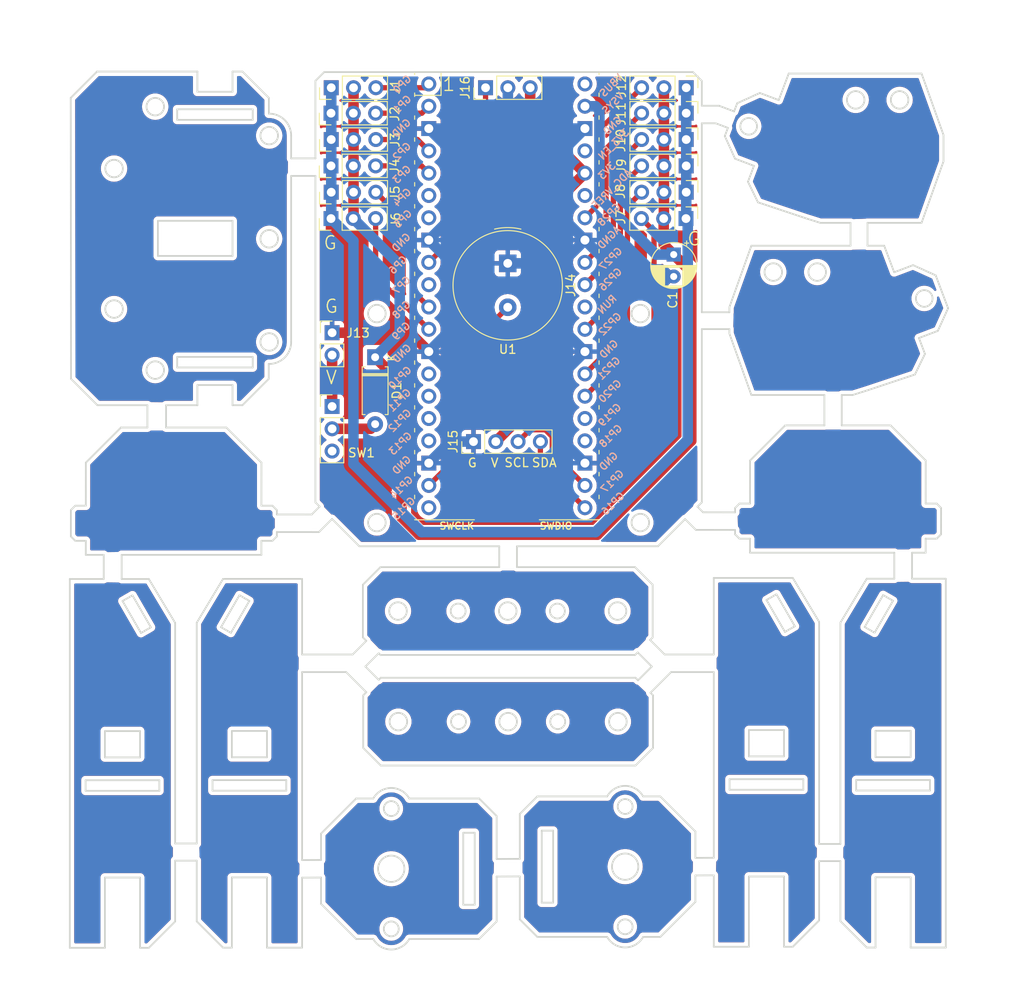
<source format=kicad_pcb>
(kicad_pcb (version 20211014) (generator pcbnew)
  (layers (0 "F.Cu" signal) (31 "B.Cu" signal) (34 "B.Paste" user) (35 "F.Paste" user) (36 "B.SilkS" user "B.Silkscreen") (37 "F.SilkS" user "F.Silkscreen") (38 "B.Mask" user) (39 "F.Mask" user) (44 "Edge.Cuts" user))
  (net 0 "")
  (net 1 "+BATT")
  (net 2 "Net-(D1-Pad2)")
  (net 3 "SV0")
  (net 4 "SV1")
  (net 5 "SV2")
  (net 6 "SV3")
  (net 7 "SV4")
  (net 8 "SV5")
  (net 9 "SV6")
  (net 10 "SV7")
  (net 11 "SV8")
  (net 12 "SV9")
  (net 13 "SV10")
  (net 14 "SV11")
  (net 15 "Net-(J13-Pad2)")
  (net 16 "+3.3V")
  (net 17 "SCL")
  (net 18 "SDA")
  (net 19 "RMT")
  (net 35 "Net-(J14-Pad2)")
  (net 36 "GNDPWR")
  (footprint "Connector_PinHeader_2.54mm:PinHeader_1x03_P2.54mm_Vertical" (layer "F.Cu") (at 122.9 52.4 90)
    (fp_text reference "J3")
    (fp_text value "Conn_01x03")
  )
  (footprint "Connector_PinHeader_2.54mm:PinHeader_1x04_P2.54mm_Vertical" (layer "F.Cu") (at 139.1 86.8 90)
    (fp_text reference "J15")
    (fp_text value "Conn_01x04")
  )
  (footprint "Connector_PinHeader_2.54mm:PinHeader_1x03_P2.54mm_Vertical" (layer "F.Cu") (at 163.325 46.5 -90)
    (fp_text reference "J12")
    (fp_text value "Conn_01x03")
  )
  (footprint "Connector_PinHeader_2.54mm:PinHeader_1x03_P2.54mm_Vertical" (layer "F.Cu") (at 123 82.8)
    (fp_text reference "SW1")
    (fp_text value "SW_SPDT")
  )
  (footprint "Connector_PinHeader_2.54mm:PinHeader_1x03_P2.54mm_Vertical" (layer "F.Cu") (at 122.875 61.4 90)
    (fp_text reference "J6")
    (fp_text value "Conn_01x03")
  )
  (footprint "Connector_PinHeader_2.54mm:PinHeader_1x03_P2.54mm_Vertical" (layer "F.Cu") (at 163.325 52.4 -90)
    (fp_text reference "J10")
    (fp_text value "Conn_01x03")
  )
  (footprint "Capacitor_THT:CP_Radial_D5.0mm_P2.50mm" (layer "F.Cu") (at 161.9 65.5 -90)
    (fp_text reference "C1")
    (fp_text value "C_Polarized")
  )
  (footprint "Connector_PinHeader_2.54mm:PinHeader_1x03_P2.54mm_Vertical" (layer "F.Cu") (at 163.3 61.4 -90)
    (fp_text reference "J7")
    (fp_text value "Conn_01x03")
  )
  (footprint "RPi_Pico:RPi_Pico_SMD_TH" (layer "F.Cu") (at 142.9 70.2)
    (fp_text reference "U1")
    (fp_text value "Pico")
  )
  (footprint "Connector_PinHeader_2.54mm:PinHeader_1x03_P2.54mm_Vertical" (layer "F.Cu") (at 140.475 46.5 90)
    (fp_text reference "J16")
    (fp_text value "Conn_01x03")
  )
  (footprint "Connector_PinHeader_2.54mm:PinHeader_1x02_P2.54mm_Vertical" (layer "F.Cu") (at 123 74.4)
    (fp_text reference "J13")
    (fp_text value "Conn_01x02")
  )
  (footprint "Connector_PinHeader_2.54mm:PinHeader_1x03_P2.54mm_Vertical" (layer "F.Cu") (at 122.9 46.5 90)
    (fp_text reference "J1")
    (fp_text value "Conn_01x03")
  )
  (footprint "Connector_PinHeader_2.54mm:PinHeader_1x03_P2.54mm_Vertical" (layer "F.Cu") (at 122.875 49.4 90)
    (fp_text reference "J2")
    (fp_text value "Conn_01x03")
  )
  (footprint "Connector_PinHeader_2.54mm:PinHeader_1x03_P2.54mm_Vertical" (layer "F.Cu") (at 163.325 55.4 -90)
    (fp_text reference "J9")
    (fp_text value "Conn_01x03")
  )
  (footprint "Diode_THT:D_A-405_P7.62mm_Horizontal" (layer "F.Cu") (at 127.9 77.19 -90)
    (fp_text reference "D1")
    (fp_text value "D_Schottky")
  )
  (footprint "Buzzer_Beeper:Buzzer_TDK_PS1240P02BT_D12.2mm_H6.5mm" (layer "F.Cu") (at 143 66.5 -90)
    (fp_text reference "J14")
    (fp_text value "Conn_01x02")
  )
  (footprint "Connector_PinHeader_2.54mm:PinHeader_1x03_P2.54mm_Vertical" (layer "F.Cu") (at 163.325 49.4 -90)
    (fp_text reference "J11")
    (fp_text value "Conn_01x03")
  )
  (footprint "Connector_PinHeader_2.54mm:PinHeader_1x03_P2.54mm_Vertical" (layer "F.Cu") (at 122.9 58.4 90)
    (fp_text reference "J5")
    (fp_text value "Conn_01x03")
  )
  (footprint "Connector_PinHeader_2.54mm:PinHeader_1x03_P2.54mm_Vertical" (layer "F.Cu") (at 122.875 55.4 90)
    (fp_text reference "J4")
    (fp_text value "Conn_01x03")
  )
  (footprint "Connector_PinHeader_2.54mm:PinHeader_1x03_P2.54mm_Vertical" (layer "F.Cu") (at 163.325 58.4 -90)
    (fp_text reference "J8")
    (fp_text value "Conn_01x03")
  )
  (gr_line (start 173.596216 104.187364) (end 175.696216 107.824671) (layer "Edge.Cuts") (width 0.2))
  (gr_line (start 127.687875 127.442162) (end 125.737265 127.442162) (layer "Edge.Cuts") (width 0.2))
  (gr_line (start 184.883124 119.733538) (end 188.883124 119.733538) (layer "Edge.Cuts") (width 0.2))
  (gr_line (start 189.041237 99.453189) (end 190.590108 99.453189) (layer "Edge.Cuts") (width 0.2))
  (gr_line (start 159.407762 112.41338) (end 157.838721 113.982421) (layer "Edge.Cuts") (width 0.2))
  (gr_line (start 93.750966 94.097324) (end 93.250673 94.597617) (layer "Edge.Cuts") (width 0.2))
  (gr_circle (center 128.1 72.22) (end 129.1 72.22) (layer "Edge.Cuts") (width 0.2) (fill none))
  (gr_line (start 93.248915 97.597619) (end 93.748622 98.097326) (layer "Edge.Cuts") (width 0.2))
  (gr_line (start 174.462076 119.645506) (end 174.462076 122.645506) (layer "Edge.Cuts") (width 0.2))
  (gr_line (start 189.370574 79.158273) (end 190.512381 76.813207) (layer "Edge.Cuts") (width 0.2))
  (gr_line (start 183.648984 107.912703) (end 185.748984 104.275396) (layer "Edge.Cuts") (width 0.2))
  (gr_line (start 192.625907 54.886906) (end 192.625907 51.886906) (layer "Edge.Cuts") (width 0.2))
  (gr_line (start 125.737265 143.442162) (end 127.687875 143.442162) (layer "Edge.Cuts") (width 0.2))
  (gr_line (start 111.660061 61.65705) (end 111.660061 65.65705) (layer "Edge.Cuts") (width 0.2))
  (gr_line (start 105.127727 132.56538) (end 105.127727 107.445199) (layer "Edge.Cuts") (width 0.2))
  (gr_line (start 126.892894 109.484297) (end 125.33336 111.043831) (layer "Edge.Cuts") (width 0.2))
  (gr_line (start 111.582705 119.75043) (end 115.582705 119.75043) (layer "Edge.Cuts") (width 0.2))
  (gr_line (start 175.462076 144.326091) (end 178.462076 141.326091) (layer "Edge.Cuts") (width 0.2))
  (gr_line (start 103.160061 61.65705) (end 111.660061 61.65705) (layer "Edge.Cuts") (width 0.2))
  (gr_line (start 146.872124 131.103938) (end 148.172124 131.103938) (layer "Edge.Cuts") (width 0.2))
  (gr_line (start 168.242085 72.070606) (end 165.1 72.070606) (layer "Edge.Cuts") (width 0.2))
  (gr_circle (center 129.737265 135.442162) (end 131.237265 135.442162) (layer "Edge.Cuts") (width 0.2) (fill none))
  (gr_line (start 170.462076 122.645506) (end 170.462076 119.645506) (layer "Edge.Cuts") (width 0.2))
  (gr_circle (center 178.242085 67.492023) (end 179.242085 67.492023) (layer "Edge.Cuts") (width 0.2) (fill none))
  (gr_line (start 191.737357 67.869771) (end 189.160573 66.703501) (layer "Edge.Cuts") (width 0.2))
  (gr_line (start 115.582705 122.75043) (end 111.582705 122.75043) (layer "Edge.Cuts") (width 0.2))
  (gr_line (start 170.596257 88.953188) (end 170.593385 93.853993) (layer "Edge.Cuts") (width 0.2))
  (gr_line (start 105.127727 141.445199) (end 105.127727 134.518461) (layer "Edge.Cuts") (width 0.2))
  (gr_line (start 125.33336 111.043831) (end 119.582705 111.043831) (layer "Edge.Cuts") (width 0.2))
  (gr_line (start 126.792238 112.41338) (end 128.307107 110.898511) (layer "Edge.Cuts") (width 0.2))
  (gr_line (start 126.545828 115.689528) (end 126.545828 121.689528) (layer "Edge.Cuts") (width 0.2))
  (gr_line (start 182.683124 126.533538) (end 182.683124 125.333538) (layer "Edge.Cuts") (width 0.2))
  (gr_line (start 128.504467 101.09587) (end 126.504467 103.09587) (layer "Edge.Cuts") (width 0.2))
  (gr_circle (center 158.1 72.22) (end 159.1 72.22) (layer "Edge.Cuts") (width 0.2) (fill none))
  (gr_line (start 173.859675 47.90943) (end 171.70742 47.098384) (layer "Edge.Cuts") (width 0.2))
  (gr_line (start 119.582705 102.431015) (end 110.582705 102.431015) (layer "Edge.Cuts") (width 0.2))
  (gr_line (start 118.336595 75.453664) (end 118.336595 56.544827) (layer "Edge.Cuts") (width 0.2))
  (gr_line (start 171.038646 55.395537) (end 170.355612 57.20809) (layer "Edge.Cuts") (width 0.2))
  (gr_circle (center 155.504467 106.09587) (end 156.504467 106.09587) (layer "Edge.Cuts") (width 0.2) (fill none))
  (gr_line (start 184.883124 122.733538) (end 184.883124 119.733538) (layer "Edge.Cuts") (width 0.2))
  (gr_line (start 111.660061 82.65705) (end 112.782475 82.65705) (layer "Edge.Cuts") (width 0.2))
  (gr_circle (center 115.836595 75.453664) (end 116.836595 75.453664) (layer "Edge.Cuts") (width 0.2) (fill none))
  (gr_line (start 112.448565 104.292289) (end 113.574398 104.942289) (layer "Edge.Cuts") (width 0.2))
  (gr_line (start 176.662076 126.445506) (end 168.262076 126.445506) (layer "Edge.Cuts") (width 0.2))
  (gr_line (start 164.1 44.72) (end 122.1 44.72) (layer "Edge.Cuts") (width 0.2))
  (gr_line (start 119.582705 134.454185) (end 119.582705 113.043831) (layer "Edge.Cuts") (width 0.2))
  (gr_line (start 110.582705 102.431015) (end 107.582705 107.431015) (layer "Edge.Cuts") (width 0.2))
  (gr_line (start 191.845728 97.855038) (end 192.346021 97.355331) (layer "Edge.Cuts") (width 0.2))
  (gr_line (start 160.866641 111.043831) (end 159.211573 109.388764) (layer "Edge.Cuts") (width 0.2))
  (gr_line (start 105.127727 134.518461) (end 107.582705 134.518461) (layer "Edge.Cuts") (width 0.2))
  (gr_line (start 122.990804 95.610804) (end 126.1 98.72) (layer "Edge.Cuts") (width 0.2))
  (gr_line (start 159.504467 103.09587) (end 157.504467 101.09587) (layer "Edge.Cuts") (width 0.2))
  (gr_circle (center 130.545828 118.689528) (end 131.545828 118.689528) (layer "Edge.Cuts") (width 0.2) (fill none))
  (gr_line (start 168.891334 97.354991) (end 169.391041 97.854698) (layer "Edge.Cuts") (width 0.2))
  (gr_line (start 190.125907 44.886906) (end 174.998669 44.886906) (layer "Edge.Cuts") (width 0.2))
  (gr_line (start 166.462076 113.043831) (end 166.462076 134.192244) (layer "Edge.Cuts") (width 0.2))
  (gr_line (start 105.360061 77.15705) (end 113.960061 77.15705) (layer "Edge.Cuts") (width 0.2))
  (gr_line (start 190.590108 99.453189) (end 190.591045 97.854303) (layer "Edge.Cuts") (width 0.2))
  (gr_line (start 168.891627 96.85499) (end 168.891334 97.354991) (layer "Edge.Cuts") (width 0.2))
  (gr_line (start 170.462076 144.326091) (end 170.462076 136.326091) (layer "Edge.Cuts") (width 0.2))
  (gr_line (start 188.883124 144.414122) (end 192.883124 144.414122) (layer "Edge.Cuts") (width 0.2))
  (gr_line (start 174.462076 122.645506) (end 170.462076 122.645506) (layer "Edge.Cuts") (width 0.2))
  (gr_line (start 93.268798 79.657051) (end 96.272064 82.65705) (layer "Edge.Cuts") (width 0.2))
  (gr_line (start 126.504467 103.09587) (end 126.504467 109.09587) (layer "Edge.Cuts") (width 0.2))
  (gr_line (start 120.672897 95.100284) (end 116.705067 95.097959) (layer "Edge.Cuts") (width 0.2))
  (gr_line (start 119.582705 113.043831) (end 124.594263 113.043831) (layer "Edge.Cuts") (width 0.2))
  (gr_line (start 128.307107 110.898511) (end 128.504467 111.09587) (layer "Edge.Cuts") (width 0.2))
  (gr_line (start 165.1 72.070606) (end 165.1 50.551102) (layer "Edge.Cuts") (width 0.2))
  (gr_line (start 187.008317 67.514547) (end 185.869323 64.492023) (layer "Edge.Cuts") (width 0.2))
  (gr_line (start 111.582705 136.431015) (end 115.582705 136.431015) (layer "Edge.Cuts") (width 0.2))
  (gr_line (start 160.1 98.72) (end 163.19592 95.624081) (layer "Edge.Cuts") (width 0.2))
  (gr_line (start 168.892799 94.85499) (end 165.253123 94.852857) (layer "Edge.Cuts") (width 0.2))
  (gr_line (start 165.1 48.551102) (end 165.1 45.72) (layer "Edge.Cuts") (width 0.2))
  (gr_line (start 178.462076 134.573566) (end 180.883124 134.573566) (layer "Edge.Cuts") (width 0.2))
  (gr_line (start 176.662076 125.245506) (end 176.662076 126.445506) (layer "Edge.Cuts") (width 0.2))
  (gr_line (start 192.347779 94.355331) (end 191.848072 93.855038) (layer "Edge.Cuts") (width 0.2))
  (gr_line (start 169.393384 93.854696) (end 168.893092 94.354989) (layer "Edge.Cuts") (width 0.2))
  (gr_line (start 186.598604 84.953189) (end 181.03597 84.953189) (layer "Edge.Cuts") (width 0.2))
  (gr_line (start 168.262076 126.445506) (end 168.262076 125.245506) (layer "Edge.Cuts") (width 0.2))
  (gr_line (start 93.23397 47.657048) (end 93.268798 79.657051) (layer "Edge.Cuts") (width 0.2))
  (gr_line (start 168.07275 51.071944) (end 167.720121 52.007707) (layer "Edge.Cuts") (width 0.2))
  (gr_line (start 193.147872 71.612824) (end 191.737357 67.869771) (layer "Edge.Cuts") (width 0.2))
  (gr_line (start 103.160061 65.65705) (end 103.160061 61.65705) (layer "Edge.Cuts") (width 0.2))
  (gr_line (start 192.883124 102.414122) (end 189.041237 102.414122) (layer "Edge.Cuts") (width 0.2))
  (gr_circle (center 156.372124 128.353938) (end 157.222124 128.353938) (layer "Edge.Cuts") (width 0.2) (fill none))
  (gr_line (start 116.705067 95.097959) (end 116.70536 94.597959) (layer "Edge.Cuts") (width 0.2))
  (gr_line (start 111.660061 80.35705) (end 111.660061 82.65705) (layer "Edge.Cuts") (width 0.2))
  (gr_line (start 158.421514 143.203938) (end 160.372124 143.203938) (layer "Edge.Cuts") (width 0.2))
  (gr_circle (center 187.625907 47.886906) (end 188.625907 47.886906) (layer "Edge.Cuts") (width 0.2) (fill none))
  (gr_line (start 146.372124 127.203938) (end 144.372124 129.203938) (layer "Edge.Cuts") (width 0.2))
  (gr_line (start 167.054934 48.551102) (end 165.1 48.551102) (layer "Edge.Cuts") (width 0.2))
  (gr_line (start 107.582705 132.56538) (end 105.127727 132.56538) (layer "Edge.Cuts") (width 0.2))
  (gr_line (start 128.545828 113.689528) (end 128.307107 113.928249) (layer "Edge.Cuts") (width 0.2))
  (gr_line (start 105.360061 78.35705) (end 105.360061 77.15705) (layer "Edge.Cuts") (width 0.2))
  (gr_line (start 183.887776 80.985872) (end 189.370574 79.158273) (layer "Edge.Cuts") (width 0.2))
  (gr_line (start 115.795609 47.657044) (end 112.790014 44.65705) (layer "Edge.Cuts") (width 0.2))
  (gr_line (start 96.992305 102.445199) (end 93.127727 102.445199) (layer "Edge.Cuts") (width 0.2))
  (gr_line (start 94.950967 94.096621) (end 93.750966 94.097324) (layer "Edge.Cuts") (width 0.2))
  (gr_circle (center 143.004467 106.09587) (end 144.004467 106.09587) (layer "Edge.Cuts") (width 0.2) (fill none))
  (gr_line (start 168.778007 49.200417) (end 167.054934 48.551102) (layer "Edge.Cuts") (width 0.2))
  (gr_circle (center 115.836595 63.703664) (end 116.836595 63.703664) (layer "Edge.Cuts") (width 0.2) (fill none))
  (gr_line (start 170.462076 136.326091) (end 174.462076 136.326091) (layer "Edge.Cuts") (width 0.2))
  (gr_line (start 189.160573 66.703501) (end 187.008317 67.514547) (layer "Edge.Cuts") (width 0.2))
  (gr_line (start 178.592468 61.886906) (end 182.035379 61.886906) (layer "Edge.Cuts") (width 0.2))
  (gr_line (start 114.953842 89.195816) (end 110.956186 85.195817) (layer "Edge.Cuts") (width 0.2))
  (gr_line (start 139.237265 139.542162) (end 137.937265 139.542162) (layer "Edge.Cuts") (width 0.2))
  (gr_line (start 102.127727 102.445199) (end 99.034251 102.445199) (layer "Edge.Cuts") (width 0.2))
  (gr_circle (center 182.625907 47.886906) (end 183.625907 47.886906) (layer "Edge.Cuts") (width 0.2) (fill none))
  (gr_line (start 116.205653 94.097666) (end 114.95097 94.096931) (layer "Edge.Cuts") (width 0.2))
  (gr_line (start 115.582705 136.431015) (end 115.582705 144.431015) (layer "Edge.Cuts") (width 0.2))
  (gr_line (start 103.327727 126.564614) (end 94.927727 126.564614) (layer "Edge.Cuts") (width 0.2))
  (gr_line (start 157.545828 123.689528) (end 159.545828 121.689528) (layer "Edge.Cuts") (width 0.2))
  (gr_line (start 178.462076 132.619251) (end 178.462076 107.326091) (layer "Edge.Cuts") (width 0.2))
  (gr_line (start 97.127727 119.764614) (end 101.127727 119.764614) (layer "Edge.Cuts") (width 0.2))
  (gr_circle (center 190.430723 70.499449) (end 191.380723 70.499449) (layer "Edge.Cuts") (width 0.2) (fill none))
  (gr_line (start 117.782705 125.35043) (end 117.782705 126.55043) (layer "Edge.Cuts") (width 0.2))
  (gr_line (start 157.504467 101.09587) (end 144.049458 101.09587) (layer "Edge.Cuts") (width 0.2))
  (gr_line (start 182.035379 64.492023) (end 170.742085 64.492023) (layer "Edge.Cuts") (width 0.2))
  (gr_line (start 144.049458 101.09587) (end 144.049458 98.72) (layer "Edge.Cuts") (width 0.2))
  (gr_line (start 169.130636 48.264654) (end 168.778007 49.200417) (layer "Edge.Cuts") (width 0.2))
  (gr_line (start 110.348565 107.929595) (end 112.448565 104.292289) (layer "Edge.Cuts") (width 0.2))
  (gr_line (start 174.998669 44.886906) (end 173.859675 47.90943) (layer "Edge.Cuts") (width 0.2))
  (gr_line (start 118.336595 56.544827) (end 121.1 56.544827) (layer "Edge.Cuts") (width 0.2))
  (gr_line (start 104.090389 85.195817) (end 104.090389 82.65705) (layer "Edge.Cuts") (width 0.2))
  (gr_line (start 114.94769 99.695817) (end 114.948626 98.096931) (layer "Edge.Cuts") (width 0.2))
  (gr_line (start 105.127727 107.445199) (end 102.127727 102.445199) (layer "Edge.Cuts") (width 0.2))
  (gr_line (start 192.346021 97.355331) (end 192.347779 94.355331) (layer "Edge.Cuts") (width 0.2))
  (gr_line (start 105.360061 50.15705) (end 105.360061 48.95705) (layer "Edge.Cuts") (width 0.2))
  (gr_line (start 102.127727 144.445199) (end 105.127727 141.445199) (layer "Edge.Cuts") (width 0.2))
  (gr_line (start 113.960061 77.15705) (end 113.960061 78.35705) (layer "Edge.Cuts") (width 0.2))
  (gr_line (start 160.372124 143.203938) (end 164.372124 139.203938) (layer "Edge.Cuts") (width 0.2))
  (gr_line (start 159.211573 109.388764) (end 159.504467 109.09587) (layer "Edge.Cuts") (width 0.2))
  (gr_line (start 183.971435 64.492023) (end 183.971435 61.886906) (layer "Edge.Cuts") (width 0.2))
  (gr_line (start 101.127727 136.445199) (end 101.127727 144.445199) (layer "Edge.Cuts") (width 0.2))
  (gr_line (start 164.610133 94.209868) (end 165.1 93.72) (layer "Edge.Cuts") (width 0.2))
  (gr_line (start 93.127727 144.445199) (end 97.127727 144.445199) (layer "Edge.Cuts") (width 0.2))
  (gr_line (start 126.1 98.72) (end 142.033564 98.72) (layer "Edge.Cuts") (width 0.2))
  (gr_line (start 93.748622 98.097326) (end 94.948623 98.096623) (layer "Edge.Cuts") (width 0.2))
  (gr_circle (center 156.372124 142.053938) (end 157.222124 142.053938) (layer "Edge.Cuts") (width 0.2) (fill none))
  (gr_line (start 121.1 56.544827) (end 121.1 93.72) (layer "Edge.Cuts") (width 0.2))
  (gr_line (start 96.272064 82.65705) (end 101.966062 82.65705) (layer "Edge.Cuts") (width 0.2))
  (gr_line (start 111.660061 46.95705) (end 107.660061 46.95705) (layer "Edge.Cuts") (width 0.2))
  (gr_circle (center 148.695828 118.689528) (end 149.545828 118.689528) (layer "Edge.Cuts") (width 0.2) (fill none))
  (gr_circle (center 148.654467 106.09587) (end 149.504467 106.09587) (layer "Edge.Cuts") (width 0.2) (fill none))
  (gr_line (start 101.127727 119.764614) (end 101.127727 122.764614) (layer "Edge.Cuts") (width 0.2))
  (gr_line (start 141.737265 134.330396) (end 141.737265 129.442162) (layer "Edge.Cuts") (width 0.2))
  (gr_line (start 113.960061 48.95705) (end 113.960061 50.15705) (layer "Edge.Cuts") (width 0.2))
  (gr_line (start 159.545828 115.689528) (end 159.252934 115.396635) (layer "Edge.Cuts") (width 0.2))
  (gr_line (start 168.242085 74.492023) (end 170.742085 81.492023) (layer "Edge.Cuts") (width 0.2))
  (gr_line (start 191.848072 93.855038) (end 190.593389 93.854303) (layer "Edge.Cuts") (width 0.2))
  (gr_line (start 170.742085 81.492023) (end 179.059069 81.492023) (layer "Edge.Cuts") (width 0.2))
  (gr_line (start 171.70742 47.098384) (end 169.130636 48.264654) (layer "Edge.Cuts") (width 0.2))
  (gr_line (start 94.947686 99.695817) (end 96.992305 99.695817) (layer "Edge.Cuts") (width 0.2))
  (gr_line (start 159.504467 109.09587) (end 159.504467 103.09587) (layer "Edge.Cuts") (width 0.2))
  (gr_line (start 182.035379 61.886906) (end 182.035379 64.492023) (layer "Edge.Cuts") (width 0.2))
  (gr_line (start 190.512381 76.813207) (end 189.829347 75.000654) (layer "Edge.Cuts") (width 0.2))
  (gr_line (start 168.242085 71.492023) (end 168.242085 72.070606) (layer "Edge.Cuts") (width 0.2))
  (gr_line (start 128.545828 123.689528) (end 157.545828 123.689528) (layer "Edge.Cuts") (width 0.2))
  (gr_circle (center 102.860061 48.65705) (end 103.860061 48.65705) (layer "Edge.Cuts") (width 0.2) (fill none))
  (gr_line (start 183.883124 144.414122) (end 184.883124 144.414122) (layer "Edge.Cuts") (width 0.2))
  (gr_line (start 126.504467 109.09587) (end 126.892894 109.484297) (layer "Edge.Cuts") (width 0.2))
  (gr_arc (start 127.687875 127.442162) (mid 129.737265 126.242162) (end 131.786655 127.442162) (layer "Edge.Cuts") (width 0.2))
  (gr_line (start 144.372124 134.315673) (end 141.737265 134.330396) (layer "Edge.Cuts") (width 0.2))
  (gr_line (start 164.424211 96.852372) (end 168.891627 96.85499) (layer "Edge.Cuts") (width 0.2))
  (gr_line (start 165.1 45.72) (end 164.1 44.72) (layer "Edge.Cuts") (width 0.2))
  (gr_line (start 121.576591 94.196591) (end 120.672897 95.100284) (layer "Edge.Cuts") (width 0.2))
  (gr_line (start 174.462076 144.326091) (end 175.462076 144.326091) (layer "Edge.Cuts") (width 0.2))
  (gr_circle (center 156.372124 135.203938) (end 157.872124 135.203938) (layer "Edge.Cuts") (width 0.2) (fill none))
  (gr_line (start 171.497418 59.553156) (end 176.980216 61.380755) (layer "Edge.Cuts") (width 0.2))
  (gr_line (start 168.242085 73.987694) (end 168.242085 74.492023) (layer "Edge.Cuts") (width 0.2))
  (gr_line (start 126.545828 121.689528) (end 128.545828 123.689528) (layer "Edge.Cuts") (width 0.2))
  (gr_line (start 111.660061 44.65705) (end 111.660061 46.95705) (layer "Edge.Cuts") (width 0.2))
  (gr_line (start 128.504467 111.09587) (end 157.504467 111.09587) (layer "Edge.Cuts") (width 0.2))
  (gr_line (start 179.059069 81.492023) (end 179.059069 84.953189) (layer "Edge.Cuts") (width 0.2))
  (gr_line (start 115.582705 144.431015) (end 119.582705 144.431015) (layer "Edge.Cuts") (width 0.2))
  (gr_line (start 165.1 73.987694) (end 168.242085 73.987694) (layer "Edge.Cuts") (width 0.2))
  (gr_circle (center 137.395828 118.689528) (end 138.245828 118.689528) (layer "Edge.Cuts") (width 0.2) (fill none))
  (gr_line (start 94.953838 89.195816) (end 94.950967 94.096621) (layer "Edge.Cuts") (width 0.2))
  (gr_line (start 97.127727 144.445199) (end 97.127727 136.445199) (layer "Edge.Cuts") (width 0.2))
  (gr_line (start 180.883124 134.573566) (end 180.883124 141.414122) (layer "Edge.Cuts") (width 0.2))
  (gr_line (start 144.372124 141.203938) (end 146.372124 143.203938) (layer "Edge.Cuts") (width 0.2))
  (gr_line (start 190.591045 97.854303) (end 191.845728 97.855038) (layer "Edge.Cuts") (width 0.2))
  (gr_line (start 121.500839 97.100769) (end 122.990804 95.610804) (layer "Edge.Cuts") (width 0.2))
  (gr_line (start 175.696216 107.824671) (end 174.570383 108.474671) (layer "Edge.Cuts") (width 0.2))
  (gr_circle (center 129.737265 128.592162) (end 130.587265 128.592162) (layer "Edge.Cuts") (width 0.2) (fill none))
  (gr_circle (center 98.16933 55.703664) (end 99.16933 55.703664) (layer "Edge.Cuts") (width 0.2) (fill none))
  (gr_line (start 146.872124 139.303938) (end 146.872124 131.103938) (layer "Edge.Cuts") (width 0.2))
  (gr_line (start 190.593389 93.854303) (end 190.59626 88.953188) (layer "Edge.Cuts") (width 0.2))
  (gr_circle (center 158.1 96.02) (end 159.1 96.02) (layer "Edge.Cuts") (width 0.2) (fill none))
  (gr_line (start 107.660061 44.65705) (end 96.230705 44.65705) (layer "Edge.Cuts") (width 0.2))
  (gr_line (start 113.960061 78.35705) (end 105.360061 78.35705) (layer "Edge.Cuts") (width 0.2))
  (gr_line (start 109.382705 125.35043) (end 117.782705 125.35043) (layer "Edge.Cuts") (width 0.2))
  (gr_line (start 144.372124 129.203938) (end 144.372124 134.315673) (layer "Edge.Cuts") (width 0.2))
  (gr_line (start 157.504467 111.09587) (end 157.79736 110.802977) (layer "Edge.Cuts") (width 0.2))
  (gr_line (start 182.275524 81.492023) (end 183.887776 80.985872) (layer "Edge.Cuts") (width 0.2))
  (gr_line (start 154.322734 127.203938) (end 146.372124 127.203938) (layer "Edge.Cuts") (width 0.2))
  (gr_line (start 107.582705 141.431015) (end 110.582705 144.431015) (layer "Edge.Cuts") (width 0.2))
  (gr_arc (start 118.336595 75.453664) (mid 117.584848 77.240777) (end 115.781663 77.95306) (layer "Edge.Cuts") (width 0.2))
  (gr_arc (start 131.786655 143.442162) (mid 129.737265 144.642162) (end 127.687875 143.442162) (layer "Edge.Cuts") (width 0.2))
  (gr_line (start 128.307107 113.928249) (end 126.792238 112.41338) (layer "Edge.Cuts") (width 0.2))
  (gr_line (start 115.582705 119.75043) (end 115.582705 122.75043) (layer "Edge.Cuts") (width 0.2))
  (gr_line (start 144.372124 136.315704) (end 144.372124 141.203938) (layer "Edge.Cuts") (width 0.2))
  (gr_line (start 184.883124 144.414122) (end 184.883124 136.414122) (layer "Edge.Cuts") (width 0.2))
  (gr_line (start 178.462076 141.326091) (end 178.462076 134.573566) (layer "Edge.Cuts") (width 0.2))
  (gr_line (start 142.033564 98.72) (end 142.033564 101.09587) (layer "Edge.Cuts") (width 0.2))
  (gr_line (start 188.883124 122.733538) (end 184.883124 122.733538) (layer "Edge.Cuts") (width 0.2))
  (gr_line (start 157.79736 110.802977) (end 159.407762 112.41338) (layer "Edge.Cuts") (width 0.2))
  (gr_line (start 187.022453 99.453189) (end 187.022453 102.414122) (layer "Edge.Cuts") (width 0.2))
  (gr_line (start 175.462076 102.326091) (end 166.462076 102.326091) (layer "Edge.Cuts") (width 0.2))
  (gr_line (start 190.125907 61.886906) (end 192.625907 54.886906) (layer "Edge.Cuts") (width 0.2))
  (gr_line (start 110.956186 85.195817) (end 104.090389 85.195817) (layer "Edge.Cuts") (width 0.2))
  (gr_line (start 188.883124 136.414122) (end 188.883124 144.414122) (layer "Edge.Cuts") (width 0.2))
  (gr_line (start 117.782705 126.55043) (end 109.382705 126.55043) (layer "Edge.Cuts") (width 0.2))
  (gr_line (start 112.782475 82.65705) (end 115.781957 79.65705) (layer "Edge.Cuts") (width 0.2))
  (gr_line (start 115.798959 49.453947) (end 115.795609 47.657044) (layer "Edge.Cuts") (width 0.2))
  (gr_line (start 111.660061 65.65705) (end 103.160061 65.65705) (layer "Edge.Cuts") (width 0.2))
  (gr_line (start 146.372124 143.203938) (end 154.322734 143.203938) (layer "Edge.Cuts") (width 0.2))
  (gr_line (start 191.083124 126.533538) (end 182.683124 126.533538) (layer "Edge.Cuts") (width 0.2))
  (gr_line (start 119.582705 144.431015) (end 119.582705 136.454217) (layer "Edge.Cuts") (width 0.2))
  (gr_line (start 180.883124 107.414122) (end 180.883124 132.619251) (layer "Edge.Cuts") (width 0.2))
  (gr_line (start 185.869323 64.492023) (end 183.971435 64.492023) (layer "Edge.Cuts") (width 0.2))
  (gr_line (start 174.570383 108.474671) (end 172.470383 104.837364) (layer "Edge.Cuts") (width 0.2))
  (gr_line (start 109.382705 126.55043) (end 109.382705 125.35043) (layer "Edge.Cuts") (width 0.2))
  (gr_line (start 115.781957 79.65705) (end 115.781663 77.95306) (layer "Edge.Cuts") (width 0.2))
  (gr_line (start 168.893092 94.354989) (end 168.892799 94.85499) (layer "Edge.Cuts") (width 0.2))
  (gr_line (start 111.582705 144.431015) (end 111.582705 136.431015) (layer "Edge.Cuts") (width 0.2))
  (gr_line (start 179.059069 84.953189) (end 174.598601 84.953189) (layer "Edge.Cuts") (width 0.2))
  (gr_arc (start 154.322734 127.203938) (mid 156.372124 126.003938) (end 158.421514 127.203938) (layer "Edge.Cuts") (width 0.2))
  (gr_line (start 187.022453 102.414122) (end 183.883124 102.414122) (layer "Edge.Cuts") (width 0.2))
  (gr_circle (center 155.545828 118.689528) (end 156.545828 118.689528) (layer "Edge.Cuts") (width 0.2) (fill none))
  (gr_line (start 168.88639 54.584491) (end 171.038646 55.395537) (layer "Edge.Cuts") (width 0.2))
  (gr_line (start 185.748984 104.275396) (end 186.874817 104.925396) (layer "Edge.Cuts") (width 0.2))
  (gr_circle (center 98.16933 71.703664) (end 99.16933 71.703664) (layer "Edge.Cuts") (width 0.2) (fill none))
  (gr_line (start 96.230705 44.65705) (end 93.23397 47.657048) (layer "Edge.Cuts") (width 0.2))
  (gr_line (start 107.660061 46.95705) (end 107.660061 44.65705) (layer "Edge.Cuts") (width 0.2))
  (gr_line (start 176.980216 61.380755) (end 178.592468 61.886906) (layer "Edge.Cuts") (width 0.2))
  (gr_line (start 119.582705 111.043831) (end 119.582705 102.431015) (layer "Edge.Cuts") (width 0.2))
  (gr_line (start 169.391041 97.854698) (end 170.591042 97.853995) (layer "Edge.Cuts") (width 0.2))
  (gr_line (start 161.605738 113.043831) (end 166.462076 113.043831) (layer "Edge.Cuts") (width 0.2))
  (gr_line (start 121.1 54.547574) (end 118.336595 54.547574) (layer "Edge.Cuts") (width 0.2))
  (gr_line (start 170.591042 97.853995) (end 170.590105 99.453189) (layer "Edge.Cuts") (width 0.2))
  (gr_line (start 141.737265 136.330427) (end 144.372124 136.315704) (layer "Edge.Cuts") (width 0.2))
  (gr_circle (center 129.737265 142.292162) (end 130.587265 142.292162) (layer "Edge.Cuts") (width 0.2) (fill none))
  (gr_line (start 166.462076 134.192244) (end 164.372124 134.203922) (layer "Edge.Cuts") (width 0.2))
  (gr_line (start 116.20331 98.097666) (end 116.703602 97.597959) (layer "Edge.Cuts") (width 0.2))
  (gr_line (start 182.683124 125.333538) (end 191.083124 125.333538) (layer "Edge.Cuts") (width 0.2))
  (gr_line (start 191.981602 74.189608) (end 193.147872 71.612824) (layer "Edge.Cuts") (width 0.2))
  (gr_arc (start 158.421514 143.203938) (mid 156.372124 144.403938) (end 154.322734 143.203938) (layer "Edge.Cuts") (width 0.2))
  (gr_line (start 164.372124 139.203938) (end 164.372124 136.203953) (layer "Edge.Cuts") (width 0.2))
  (gr_line (start 93.127727 102.445199) (end 93.127727 144.445199) (layer "Edge.Cuts") (width 0.2))
  (gr_line (start 114.95097 94.096931) (end 114.953842 89.195816) (layer "Edge.Cuts") (width 0.2))
  (gr_line (start 159.545828 121.689528) (end 159.545828 115.689528) (layer "Edge.Cuts") (width 0.2))
  (gr_line (start 141.737265 129.442162) (end 139.737265 127.442162) (layer "Edge.Cuts") (width 0.2))
  (gr_line (start 142.033564 101.09587) (end 128.504467 101.09587) (layer "Edge.Cuts") (width 0.2))
  (gr_line (start 144.049458 98.72) (end 160.1 98.72) (layer "Edge.Cuts") (width 0.2))
  (gr_line (start 139.737265 127.442162) (end 131.786655 127.442162) (layer "Edge.Cuts") (width 0.2))
  (gr_line (start 157.838721 113.982421) (end 157.545828 113.689528) (layer "Edge.Cuts") (width 0.2))
  (gr_line (start 97.127727 122.764614) (end 97.127727 119.764614) (layer "Edge.Cuts") (width 0.2))
  (gr_line (start 183.883124 102.414122) (end 180.883124 107.414122) (layer "Edge.Cuts") (width 0.2))
  (gr_line (start 166.690604 50.551102) (end 168.07275 51.071944) (layer "Edge.Cuts") (width 0.2))
  (gr_line (start 121.737265 134.442147) (end 119.582705 134.454185) (layer "Edge.Cuts") (width 0.2))
  (gr_line (start 99.034251 102.445199) (end 99.034251 99.695817) (layer "Edge.Cuts") (width 0.2))
  (gr_line (start 121.737265 131.442162) (end 121.737265 134.442147) (layer "Edge.Cuts") (width 0.2))
  (gr_line (start 126.892894 115.342462) (end 126.545828 115.689528) (layer "Edge.Cuts") (width 0.2))
  (gr_line (start 170.590105 99.453189) (end 187.022453 99.453189) (layer "Edge.Cuts") (width 0.2))
  (gr_line (start 181.03597 81.492023) (end 182.275524 81.492023) (layer "Edge.Cuts") (width 0.2))
  (gr_line (start 121.1 45.72) (end 121.1 54.547574) (layer "Edge.Cuts") (width 0.2))
  (gr_line (start 101.127727 122.764614) (end 97.127727 122.764614) (layer "Edge.Cuts") (width 0.2))
  (gr_line (start 118.336595 54.547574) (end 118.336595 51.953664) (layer "Edge.Cuts") (width 0.2))
  (gr_line (start 166.462076 136.192276) (end 166.462076 144.326091) (layer "Edge.Cuts") (width 0.2))
  (gr_line (start 191.083124 125.333538) (end 191.083124 126.533538) (layer "Edge.Cuts") (width 0.2))
  (gr_line (start 165.1 93.72) (end 165.1 73.987694) (layer "Edge.Cuts") (width 0.2))
  (gr_line (start 178.462076 107.326091) (end 175.462076 102.326091) (layer "Edge.Cuts") (width 0.2))
  (gr_circle (center 137.354467 106.09587) (end 138.204467 106.09587) (layer "Edge.Cuts") (width 0.2) (fill none))
  (gr_line (start 189.041237 102.414122) (end 189.041237 99.453189) (layer "Edge.Cuts") (width 0.2))
  (gr_line (start 166.462076 111.043831) (end 160.866641 111.043831) (layer "Edge.Cuts") (width 0.2))
  (gr_line (start 188.883124 119.733538) (end 188.883124 122.733538) (layer "Edge.Cuts") (width 0.2))
  (gr_line (start 141.737265 141.442162) (end 141.737265 136.330427) (layer "Edge.Cuts") (width 0.2))
  (gr_line (start 119.582705 136.454217) (end 121.737265 136.442178) (layer "Edge.Cuts") (width 0.2))
  (gr_line (start 100.261867 104.306473) (end 102.361867 107.943779) (layer "Edge.Cuts") (width 0.2))
  (gr_line (start 94.948623 98.096623) (end 94.947686 99.695817) (layer "Edge.Cuts") (width 0.2))
  (gr_line (start 116.703602 97.597959) (end 116.703895 97.097959) (layer "Edge.Cuts") (width 0.2))
  (gr_arc (start 115.798959 49.453947) (mid 117.591018 50.172639) (end 118.336595 51.953664) (layer "Edge.Cuts") (width 0.2))
  (gr_line (start 180.883124 132.619251) (end 178.462076 132.619251) (layer "Edge.Cuts") (width 0.2))
  (gr_line (start 160.372124 127.203938) (end 158.421514 127.203938) (layer "Edge.Cuts") (width 0.2))
  (gr_line (start 112.790014 44.65705) (end 111.660061 44.65705) (layer "Edge.Cuts") (width 0.2))
  (gr_line (start 125.737265 127.442162) (end 121.737265 131.442162) (layer "Edge.Cuts") (width 0.2))
  (gr_circle (center 170.43727 50.894332) (end 171.38727 50.894332) (layer "Edge.Cuts") (width 0.2) (fill none))
  (gr_line (start 96.992305 99.695817) (end 96.992305 102.445199) (layer "Edge.Cuts") (width 0.2))
  (gr_line (start 101.236034 108.593779) (end 99.136034 104.956473) (layer "Edge.Cuts") (width 0.2))
  (gr_line (start 165.253123 94.852857) (end 164.610133 94.209868) (layer "Edge.Cuts") (width 0.2))
  (gr_line (start 99.034251 99.695817) (end 114.94769 99.695817) (layer "Edge.Cuts") (width 0.2))
  (gr_line (start 105.360061 48.95705) (end 113.960061 48.95705) (layer "Edge.Cuts") (width 0.2))
  (gr_line (start 184.774817 108.562703) (end 183.648984 107.912703) (layer "Edge.Cuts") (width 0.2))
  (gr_line (start 110.582705 144.431015) (end 111.582705 144.431015) (layer "Edge.Cuts") (width 0.2))
  (gr_line (start 114.948626 98.096931) (end 116.20331 98.097666) (layer "Edge.Cuts") (width 0.2))
  (gr_line (start 168.262076 125.245506) (end 176.662076 125.245506) (layer "Edge.Cuts") (width 0.2))
  (gr_line (start 183.971435 61.886906) (end 190.125907 61.886906) (layer "Edge.Cuts") (width 0.2))
  (gr_line (start 139.737265 143.442162) (end 141.737265 141.442162) (layer "Edge.Cuts") (width 0.2))
  (gr_line (start 184.883124 136.414122) (end 188.883124 136.414122) (layer "Edge.Cuts") (width 0.2))
  (gr_line (start 121.737265 139.442162) (end 125.737265 143.442162) (layer "Edge.Cuts") (width 0.2))
  (gr_line (start 164.372124 131.203938) (end 160.372124 127.203938) (layer "Edge.Cuts") (width 0.2))
  (gr_circle (center 102.860061 78.65705) (end 103.860061 78.65705) (layer "Edge.Cuts") (width 0.2) (fill none))
  (gr_line (start 148.172124 131.103938) (end 148.172124 139.303938) (layer "Edge.Cuts") (width 0.2))
  (gr_line (start 111.582705 122.75043) (end 111.582705 119.75043) (layer "Edge.Cuts") (width 0.2))
  (gr_line (start 103.327727 125.364614) (end 103.327727 126.564614) (layer "Edge.Cuts") (width 0.2))
  (gr_line (start 122.1 44.72) (end 121.1 45.72) (layer "Edge.Cuts") (width 0.2))
  (gr_line (start 164.372124 134.203922) (end 164.372124 131.203938) (layer "Edge.Cuts") (width 0.2))
  (gr_line (start 101.966062 85.195817) (end 98.956182 85.195817) (layer "Edge.Cuts") (width 0.2))
  (gr_line (start 189.829347 75.000654) (end 191.981602 74.189608) (layer "Edge.Cuts") (width 0.2))
  (gr_line (start 121.737265 136.442178) (end 121.737265 139.442162) (layer "Edge.Cuts") (width 0.2))
  (gr_line (start 99.136034 104.956473) (end 100.261867 104.306473) (layer "Edge.Cuts") (width 0.2))
  (gr_circle (center 130.504467 106.09587) (end 131.504467 106.09587) (layer "Edge.Cuts") (width 0.2) (fill none))
  (gr_line (start 192.625907 51.886906) (end 190.125907 44.886906) (layer "Edge.Cuts") (width 0.2))
  (gr_line (start 121.1 93.72) (end 121.576591 94.196591) (layer "Edge.Cuts") (width 0.2))
  (gr_line (start 131.786655 143.442162) (end 139.737265 143.442162) (layer "Edge.Cuts") (width 0.2))
  (gr_circle (center 173.242085 67.492023) (end 174.242085 67.492023) (layer "Edge.Cuts") (width 0.2) (fill none))
  (gr_line (start 166.462076 144.326091) (end 170.462076 144.326091) (layer "Edge.Cuts") (width 0.2))
  (gr_line (start 164.372124 136.203953) (end 166.462076 136.192276) (layer "Edge.Cuts") (width 0.2))
  (gr_line (start 94.927727 125.364614) (end 103.327727 125.364614) (layer "Edge.Cuts") (width 0.2))
  (gr_line (start 167.720121 52.007707) (end 168.88639 54.584491) (layer "Edge.Cuts") (width 0.2))
  (gr_line (start 113.960061 50.15705) (end 105.360061 50.15705) (layer "Edge.Cuts") (width 0.2))
  (gr_line (start 170.742085 64.492023) (end 168.242085 71.492023) (layer "Edge.Cuts") (width 0.2))
  (gr_line (start 104.090389 82.65705) (end 107.660061 82.65705) (layer "Edge.Cuts") (width 0.2))
  (gr_line (start 101.127727 144.445199) (end 102.127727 144.445199) (layer "Edge.Cuts") (width 0.2))
  (gr_circle (center 115.836595 51.953664) (end 116.836595 51.953664) (layer "Edge.Cuts") (width 0.2) (fill none))
  (gr_line (start 181.03597 84.953189) (end 181.03597 81.492023) (layer "Edge.Cuts") (width 0.2))
  (gr_line (start 97.127727 136.445199) (end 101.127727 136.445199) (layer "Edge.Cuts") (width 0.2))
  (gr_line (start 94.927727 126.564614) (end 94.927727 125.364614) (layer "Edge.Cuts") (width 0.2))
  (gr_line (start 180.883124 141.414122) (end 183.883124 144.414122) (layer "Edge.Cuts") (width 0.2))
  (gr_line (start 170.593385 93.853993) (end 169.393384 93.854696) (layer "Edge.Cuts") (width 0.2))
  (gr_line (start 174.462076 136.326091) (end 174.462076 144.326091) (layer "Edge.Cuts") (width 0.2))
  (gr_line (start 148.172124 139.303938) (end 146.872124 139.303938) (layer "Edge.Cuts") (width 0.2))
  (gr_line (start 174.598601 84.953189) (end 170.596257 88.953188) (layer "Edge.Cuts") (width 0.2))
  (gr_line (start 111.474398 108.579595) (end 110.348565 107.929595) (layer "Edge.Cuts") (width 0.2))
  (gr_line (start 172.470383 104.837364) (end 173.596216 104.187364) (layer "Edge.Cuts") (width 0.2))
  (gr_line (start 102.361867 107.943779) (end 101.236034 108.593779) (layer "Edge.Cuts") (width 0.2))
  (gr_line (start 163.19592 95.624081) (end 164.424211 96.852372) (layer "Edge.Cuts") (width 0.2))
  (gr_line (start 192.883124 144.414122) (end 192.883124 102.414122) (layer "Edge.Cuts") (width 0.2))
  (gr_line (start 139.237265 131.342162) (end 139.237265 139.542162) (layer "Edge.Cuts") (width 0.2))
  (gr_line (start 116.70536 94.597959) (end 116.205653 94.097666) (layer "Edge.Cuts") (width 0.2))
  (gr_line (start 166.462076 102.326091) (end 166.462076 111.043831) (layer "Edge.Cuts") (width 0.2))
  (gr_line (start 137.937265 131.342162) (end 139.237265 131.342162) (layer "Edge.Cuts") (width 0.2))
  (gr_line (start 107.582705 107.431015) (end 107.582705 132.56538) (layer "Edge.Cuts") (width 0.2))
  (gr_line (start 107.582705 134.518461) (end 107.582705 141.431015) (layer "Edge.Cuts") (width 0.2))
  (gr_line (start 186.874817 104.925396) (end 184.774817 108.562703) (layer "Edge.Cuts") (width 0.2))
  (gr_line (start 124.594263 113.043831) (end 126.892894 115.342462) (layer "Edge.Cuts") (width 0.2))
  (gr_line (start 157.545828 113.689528) (end 128.545828 113.689528) (layer "Edge.Cuts") (width 0.2))
  (gr_line (start 98.956182 85.195817) (end 94.953838 89.195816) (layer "Edge.Cuts") (width 0.2))
  (gr_line (start 107.660061 80.35705) (end 111.660061 80.35705) (layer "Edge.Cuts") (width 0.2))
  (gr_line (start 116.703895 97.097959) (end 121.500839 97.100769) (layer "Edge.Cuts") (width 0.2))
  (gr_line (start 159.252934 115.396635) (end 161.605738 113.043831) (layer "Edge.Cuts") (width 0.2))
  (gr_line (start 190.59626 88.953188) (end 186.598604 84.953189) (layer "Edge.Cuts") (width 0.2))
  (gr_circle (center 128.1 96.02) (end 129.1 96.02) (layer "Edge.Cuts") (width 0.2) (fill none))
  (gr_line (start 170.355612 57.20809) (end 171.497418 59.553156) (layer "Edge.Cuts") (width 0.2))
  (gr_circle (center 143.045828 118.689528) (end 144.045828 118.689528) (layer "Edge.Cuts") (width 0.2) (fill none))
  (gr_line (start 93.250673 94.597617) (end 93.248915 97.597619) (layer "Edge.Cuts") (width 0.2))
  (gr_line (start 137.937265 139.542162) (end 137.937265 131.342162) (layer "Edge.Cuts") (width 0.2))
  (gr_line (start 101.966062 82.65705) (end 101.966062 85.195817) (layer "Edge.Cuts") (width 0.2))
  (gr_line (start 107.660061 82.65705) (end 107.660061 80.35705) (layer "Edge.Cuts") (width 0.2))
  (gr_line (start 113.574398 104.942289) (end 111.474398 108.579595) (layer "Edge.Cuts") (width 0.2))
  (gr_line (start 170.462076 119.645506) (end 174.462076 119.645506) (layer "Edge.Cuts") (width 0.2))
  (gr_line (start 165.1 50.551102) (end 166.690604 50.551102) (layer "Edge.Cuts") (width 0.2))
  (gr_text "G" (at 122.78 64.16) (layer "F.SilkS") (effects (font (size 1.5 1.5))))
  (gr_text "1" (at 136.29 46.12) (layer "F.SilkS") (effects (font (size 1.5 1.5))))
  (gr_text "V" (at 141.51 89.22) (layer "F.SilkS") (effects (font (size 1 1))))
  (gr_text "SCL" (at 144.01 89.19) (layer "F.SilkS") (effects (font (size 1 1))))
  (gr_text "G" (at 164.2 63.71) (layer "F.SilkS") (effects (font (size 1.5 1.5))))
  (gr_text "G" (at 122.92 71.39) (layer "F.SilkS") (effects (font (size 1.5 1.5))))
  (gr_text "V" (at 122.92 79.5) (layer "F.SilkS") (effects (font (size 1.5 1.5))))
  (gr_text "G" (at 138.96 89.22) (layer "F.SilkS") (effects (font (size 1 1))))
  (gr_text "SDA" (at 147.16 89.2) (layer "F.SilkS") (effects (font (size 1 1))))
  (segment (start 125.44 61.375) (end 125.415 61.4) (width 1.2) (layer "F.Cu") (net 1))
  (segment (start 163.9 86.7) (end 163.9 67.5) (width 1.2) (layer "F.Cu") (net 1))
  (segment (start 132.9 97.4) (end 153.2 97.4) (width 1.2) (layer "F.Cu") (net 1))
  (segment (start 130.9 95.4) (end 132.9 97.4) (width 1.2) (layer "F.Cu") (net 1))
  (segment (start 163.9 67.5) (end 161.9 65.5) (width 1.2) (layer "F.Cu") (net 1))
  (segment (start 127.9 77.19) (end 130.9 80.19) (width 1.2) (layer "F.Cu") (net 1))
  (segment (start 160.785 46.5) (end 160.785 61.375) (width 1.2) (layer "F.Cu") (net 1))
  (segment (start 125.44 46.5) (end 125.44 61.375) (width 1.2) (layer "F.Cu") (net 1))
  (segment (start 130.9 80.19) (end 130.9 95.4) (width 1.2) (layer "F.Cu") (net 1))
  (segment (start 160.785 61.375) (end 160.76 61.4) (width 1.2) (layer "F.Cu") (net 1))
  (segment (start 160.76 61.4) (end 160.76 64.36) (width 1.2) (layer "F.Cu") (net 1))
  (segment (start 160.76 64.36) (end 161.9 65.5) (width 1.2) (layer "F.Cu") (net 1))
  (segment (start 153.2 97.4) (end 163.9 86.7) (width 1.2) (layer "F.Cu") (net 1))
  (segment (start 125.415 61.4) (end 130.7 66.685) (width 1.2) (layer "B.Cu") (net 1))
  (segment (start 151.79 48.61) (end 152.992081 48.61) (width 1.2) (layer "B.Cu") (net 1))
  (segment (start 153.44 49.057919) (end 153.44 59.04) (width 1.2) (layer "B.Cu") (net 1))
  (segment (start 130.7 66.685) (end 130.7 74.39) (width 1.2) (layer "B.Cu") (net 1))
  (segment (start 159.9 65.5) (end 161.9 65.5) (width 1.2) (layer "B.Cu") (net 1))
  (segment (start 152.992081 48.61) (end 153.44 49.057919) (width 1.2) (layer "B.Cu") (net 1))
  (segment (start 130.7 74.39) (end 127.9 77.19) (width 1.2) (layer "B.Cu") (net 1))
  (segment (start 153.44 59.04) (end 159.9 65.5) (width 1.2) (layer "B.Cu") (net 1))
  (segment (start 123 85.34) (end 127.37 85.34) (width 1.2) (layer "F.Cu") (net 2))
  (segment (start 127.37 85.34) (end 127.9 84.81) (width 1.2) (layer "F.Cu") (net 2))
  (segment (start 127.98 46.5) (end 133.58 46.5) (width 0.6) (layer "F.Cu") (net 3))
  (segment (start 133.58 46.5) (end 134.01 46.07) (width 0.6) (layer "F.Cu") (net 3))
  (segment (start 127.955 49.4) (end 133.22 49.4) (width 0.6) (layer "F.Cu") (net 4))
  (segment (start 133.22 49.4) (end 134.01 48.61) (width 0.6) (layer "F.Cu") (net 4))
  (segment (start 127.98 52.4) (end 132.72 52.4) (width 0.6) (layer "F.Cu") (net 5))
  (segment (start 132.72 52.4) (end 134.01 53.69) (width 0.6) (layer "F.Cu") (net 5))
  (segment (start 133.18 55.4) (end 134.01 56.23) (width 0.6) (layer "F.Cu") (net 6))
  (segment (start 127.955 55.4) (end 133.18 55.4) (width 0.6) (layer "F.Cu") (net 6))
  (segment (start 127.98 58.4) (end 132.192649 62.612649) (width 0.6) (layer "F.Cu") (net 7))
  (segment (start 132.192649 69.652649) (end 134.01 71.47) (width 0.6) (layer "F.Cu") (net 7))
  (segment (start 132.192649 62.612649) (end 132.192649 69.652649) (width 0.6) (layer "F.Cu") (net 7))
  (segment (start 127.955 61.4) (end 127.955 67.955) (width 0.6) (layer "F.Cu") (net 8))
  (segment (start 127.955 67.955) (end 134.01 74.01) (width 0.6) (layer "F.Cu") (net 8))
  (segment (start 159.66 73.76) (end 159.66 62.84) (width 0.6) (layer "F.Cu") (net 9))
  (segment (start 151.79 81.63) (end 159.66 73.76) (width 0.6) (layer "F.Cu") (net 9))
  (segment (start 159.66 62.84) (end 158.22 61.4) (width 0.6) (layer "F.Cu") (net 9))
  (segment (start 158.245 58.4) (end 156.63 60.015) (width 0.6) (layer "F.Cu") (net 10))
  (segment (start 156.63 74.25) (end 151.79 79.09) (width 0.6) (layer "F.Cu") (net 10))
  (segment (start 156.63 60.015) (end 156.63 74.25) (width 0.6) (layer "F.Cu") (net 10))
  (segment (start 155.83 69.97) (end 155.83 57.815) (width 0.6) (layer "F.Cu") (net 11))
  (segment (start 155.83 57.815) (end 158.245 55.4) (width 0.6) (layer "F.Cu") (net 11))
  (segment (start 151.79 74.01) (end 155.83 69.97) (width 0.6) (layer "F.Cu") (net 11))
  (segment (start 151.79 68.93) (end 155.03 65.69) (width 0.6) (layer "F.Cu") (net 12))
  (segment (start 155.03 55.615) (end 158.245 52.4) (width 0.6) (layer "F.Cu") (net 12))
  (segment (start 155.03 65.69) (end 155.03 55.615) (width 0.6) (layer "F.Cu") (net 12))
  (segment (start 154.2 53.445) (end 158.245 49.4) (width 0.6) (layer "F.Cu") (net 13))
  (segment (start 154.2 63.98) (end 154.2 53.445) (width 0.6) (layer "F.Cu") (net 13))
  (segment (start 151.79 66.39) (end 154.2 63.98) (width 0.6) (layer "F.Cu") (net 13))
  (segment (start 153.3 51.445) (end 158.245 46.5) (width 0.6) (layer "F.Cu") (net 14))
  (segment (start 153.3 59.8) (end 153.3 51.445) (width 0.6) (layer "F.Cu") (net 14))
  (segment (start 151.79 61.31) (end 153.3 59.8) (width 0.6) (layer "F.Cu") (net 14))
  (segment (start 123 76.94) (end 123 82.8) (width 1.2) (layer "F.Cu") (net 15))
  (segment (start 146.5 61.52) (end 151.79 56.23) (width 1.2) (layer "F.Cu") (net 16))
  (segment (start 145.555 46.5) (end 145.555 49.995) (width 1.2) (layer "F.Cu") (net 16))
  (segment (start 141.64 86.8) (end 146.5 81.94) (width 1.2) (layer "F.Cu") (net 16))
  (segment (start 145.555 49.995) (end 151.79 56.23) (width 1.2) (layer "F.Cu") (net 16))
  (segment (start 146.5 81.94) (end 146.5 61.52) (width 1.2) (layer "F.Cu") (net 16))
  (segment (start 148.07 88.07) (end 148.07 86.240811) (width 0.6) (layer "F.Cu") (net 17))
  (segment (start 148.07 86.240811) (end 147.279189 85.45) (width 0.6) (layer "F.Cu") (net 17))
  (segment (start 151.79 91.79) (end 148.07 88.07) (width 0.6) (layer "F.Cu") (net 17))
  (segment (start 147.279189 85.45) (end 145.53 85.45) (width 0.6) (layer "F.Cu") (net 17))
  (segment (start 145.53 85.45) (end 144.18 86.8) (width 0.6) (layer "F.Cu") (net 17))
  (segment (start 146.72 86.8) (end 146.72 89.26) (width 0.6) (layer "F.Cu") (net 18))
  (segment (start 146.72 89.26) (end 151.79 94.33) (width 0.6) (layer "F.Cu") (net 18))
  (segment (start 140.475 59.925) (end 140.475 46.5) (width 0.6) (layer "F.Cu") (net 19))
  (segment (start 134.01 66.39) (end 140.475 59.925) (width 0.6) (layer "F.Cu") (net 19))
  (segment (start 134.01 91.79) (end 136.86 88.94) (width 0.6) (layer "F.Cu") (net 35))
  (segment (start 136.86 77.64) (end 143 71.5) (width 0.6) (layer "F.Cu") (net 35))
  (segment (start 136.86 88.94) (end 136.86 77.64) (width 0.6) (layer "F.Cu") (net 35))
  (segment (start 122.875 61.4) (end 122.875 64.105) (width 1.2) (layer "F.Cu") (net 36))
  (segment (start 122.875 64.105) (end 122.87 64.11) (width 1.2) (layer "F.Cu") (net 36))
  (segment (start 123 74.4) (end 131.86 74.4) (width 1.2) (layer "F.Cu") (net 36))
  (segment (start 131.86 74.4) (end 134.01 76.55) (width 1.2) (layer "F.Cu") (net 36))
  (segment (start 151.79 63.85) (end 155.94 68) (width 1.2) (layer "B.Cu") (net 36))
  (segment (start 151.79 51.15) (end 149.26677 53.67323) (width 1.2) (layer "B.Cu") (net 36))
  (segment (start 149.05 66.41) (end 149.05 73.81) (width 1.2) (layer "B.Cu") (net 36))
  (segment (start 136.53323 74.02677) (end 136.53323 66.37323) (width 1.2) (layer "B.Cu") (net 36))
  (segment (start 134.01 51.15) (end 143.05 51.15) (width 1.2) (layer "B.Cu") (net 36))
  (segment (start 151.79 76.55) (end 149.26677 79.07323) (width 1.2) (layer "B.Cu") (net 36))
  (segment (start 149.09 66.37) (end 149.05 66.41) (width 1.2) (layer "B.Cu") (net 36))
  (segment (start 155.94 68) (end 161.9 68) (width 1.2) (layer "B.Cu") (net 36))
  (segment (start 163.5 61.6) (end 163.5 86.6) (width 1.2) (layer "B.Cu") (net 36))
  (segment (start 143 66.5) (end 149.14 66.5) (width 1.2) (layer "B.Cu") (net 36))
  (segment (start 149.26677 86.72677) (end 151.79 89.25) (width 1.2) (layer "B.Cu") (net 36))
  (segment (start 151.79 63.85) (end 149.26677 66.37323) (width 1.2) (layer "B.Cu") (net 36))
  (segment (start 163.3 61.4) (end 163.5 61.6) (width 1.2) (layer "B.Cu") (net 36))
  (segment (start 125.427473 63.952473) (end 122.875 61.4) (width 1.2) (layer "B.Cu") (net 36))
  (segment (start 133.2 97.1) (end 125.427473 89.327473) (width 1.2) (layer "B.Cu") (net 36))
  (segment (start 136.60646 86.8) (end 139.1 86.8) (width 1.2) (layer "B.Cu") (net 36))
  (segment (start 136.53323 66.37323) (end 134.01 63.85) (width 1.2) (layer "B.Cu") (net 36))
  (segment (start 122.9 46.5) (end 122.9 61.375) (width 1.2) (layer "B.Cu") (net 36))
  (segment (start 136.53323 61.32677) (end 136.53323 53.67323) (width 1.2) (layer "B.Cu") (net 36))
  (segment (start 153 97.1) (end 133.2 97.1) (width 1.2) (layer "B.Cu") (net 36))
  (segment (start 143.015 51.115) (end 143.05 51.15) (width 1.2) (layer "B.Cu") (net 36))
  (segment (start 143.015 46.5) (end 143.015 51.115) (width 1.2) (layer "B.Cu") (net 36))
  (segment (start 163.5 86.6) (end 153 97.1) (width 1.2) (layer "B.Cu") (net 36))
  (segment (start 149.14 66.5) (end 149.26677 66.37323) (width 1.2) (layer "B.Cu") (net 36))
  (segment (start 134.01 63.85) (end 136.53323 61.32677) (width 1.2) (layer "B.Cu") (net 36))
  (segment (start 134.01 89.25) (end 136.53323 86.72677) (width 1.2) (layer "B.Cu") (net 36))
  (segment (start 136.53323 53.67323) (end 134.01 51.15) (width 1.2) (layer "B.Cu") (net 36))
  (segment (start 122.9 61.375) (end 122.875 61.4) (width 1.2) (layer "B.Cu") (net 36))
  (segment (start 136.53323 86.72677) (end 136.60646 86.8) (width 1.2) (layer "B.Cu") (net 36))
  (segment (start 143.05 51.15) (end 151.79 51.15) (width 1.2) (layer "B.Cu") (net 36))
  (segment (start 136.53323 86.72677) (end 136.53323 79.07323) (width 1.2) (layer "B.Cu") (net 36))
  (segment (start 149.26677 79.07323) (end 149.26677 86.72677) (width 1.2) (layer "B.Cu") (net 36))
  (segment (start 134.01 76.55) (end 136.53323 74.02677) (width 1.2) (layer "B.Cu") (net 36))
  (segment (start 136.53323 79.07323) (end 134.01 76.55) (width 1.2) (layer "B.Cu") (net 36))
  (segment (start 163.325 61.375) (end 163.3 61.4) (width 1.2) (layer "B.Cu") (net 36))
  (segment (start 149.26677 61.32677) (end 151.79 63.85) (width 1.2) (layer "B.Cu") (net 36))
  (segment (start 149.26677 53.67323) (end 149.26677 61.32677) (width 1.2) (layer "B.Cu") (net 36))
  (segment (start 163.325 46.5) (end 163.325 61.375) (width 1.2) (layer "B.Cu") (net 36))
  (segment (start 125.427473 89.327473) (end 125.427473 63.952473) (width 1.2) (layer "B.Cu") (net 36))
  (segment (start 149.05 73.81) (end 151.79 76.55) (width 1.2) (layer "B.Cu") (net 36))
  (zone (net 0) (net_name "") (layers F&B.Cu) (connect_pads (clearance 0)) (min_thickness 0.254)
    (keepout (tracks not_allowed) (vias not_allowed) (pads not_allowed) (copperpour not_allowed) (footprints allowed))
    (fill (thermal_gap 0.508) (thermal_bridge_width 0.508))
    (polygon (pts (xy 184.52 64.9) (xy 181.45 64.98) (xy 181.410454 61.499982) (xy 184.44 61.38)))
  )
  (zone (net 0) (net_name "") (layers F&B.Cu) (connect_pads (clearance 0.508)) (min_thickness 0.254) (fill yes (thermal_gap 0.508) (thermal_bridge_width 0.508))
    (polygon (pts (xy 201.81 36.71) (xy 200.2 149.7) (xy 85.18 148.9) (xy 85.39 36.51)))
  )
  (zone (net 0) (net_name "") (layers F&B.Cu) (connect_pads (clearance 0)) (min_thickness 0.254)
    (keepout (tracks allowed) (vias allowed) (pads allowed) (copperpour not_allowed) (footprints allowed))
    (fill (thermal_gap 0.508) (thermal_bridge_width 0.508))
    (polygon (pts (xy 169.35 48.74) (xy 168.15 51.83) (xy 164.8 51.06) (xy 164.8 47.97) (xy 164.88 47.97)))
  )
  (zone (net 0) (net_name "") (layers F&B.Cu) (connect_pads (clearance 0)) (min_thickness 0.254)
    (keepout (tracks not_allowed) (vias not_allowed) (pads not_allowed) (copperpour not_allowed) (footprints allowed))
    (fill (thermal_gap 0.508) (thermal_bridge_width 0.508))
    (polygon (pts (xy 178.21 132.15) (xy 181.23 132.17) (xy 181.21 134.97) (xy 178.17 135.01) (xy 178.21 132.14)))
  )
  (zone (net 0) (net_name "") (layers F&B.Cu) (connect_pads (clearance 0)) (min_thickness 0.254)
    (keepout (tracks not_allowed) (vias not_allowed) (pads not_allowed) (copperpour not_allowed) (footprints allowed))
    (fill (thermal_gap 0.508) (thermal_bridge_width 0.508))
    (polygon (pts (xy 189.61 102.76) (xy 186.42 102.79) (xy 186.42 99.09) (xy 186.45 99.09) (xy 189.56 99.06)))
  )
  (zone (net 0) (net_name "") (layers F&B.Cu) (connect_pads (clearance 0)) (min_thickness 0.254)
    (keepout (tracks not_allowed) (vias not_allowed) (pads not_allowed) (copperpour not_allowed) (footprints allowed))
    (fill (thermal_gap 0.508) (thermal_bridge_width 0.508))
    (polygon (pts (xy 101.45 82.29) (xy 104.67 82.32) (xy 104.67 85.54) (xy 101.39 85.54) (xy 101.42 82.27)))
  )
  (zone (net 0) (net_name "") (layers F&B.Cu) (connect_pads (clearance 0)) (min_thickness 0.254)
    (keepout (tracks not_allowed) (vias not_allowed) (pads not_allowed) (copperpour not_allowed) (footprints allowed))
    (fill (thermal_gap 0.508) (thermal_bridge_width 0.508))
    (polygon (pts (xy 123.48 95.66) (xy 121.94 97.54) (xy 116.47 97.61) (xy 116.46 94.75) (xy 116.47 94.77) (xy 121.55 93.69)))
  )
  (zone (net 0) (net_name "") (layers F&B.Cu) (connect_pads (clearance 0)) (min_thickness 0.254)
    (keepout (tracks not_allowed) (vias not_allowed) (pads not_allowed) (copperpour not_allowed) (footprints allowed))
    (fill (thermal_gap 0.508) (thermal_bridge_width 0.508))
    (polygon (pts (xy 99.47 102.85) (xy 96.57 102.82) (xy 96.57 99.39) (xy 99.5 99.36)))
  )
  (zone (net 0) (net_name "") (layers F&B.Cu) (connect_pads (clearance 0)) (min_thickness 0.254)
    (keepout (tracks not_allowed) (vias not_allowed) (pads not_allowed) (copperpour not_allowed) (footprints allowed))
    (fill (thermal_gap 0.508) (thermal_bridge_width 0.508))
    (polygon (pts (xy 144.7 136.93) (xy 141.38 136.89) (xy 141.429171 133.959405) (xy 144.68 133.91)))
  )
  (zone (net 0) (net_name "") (layers F&B.Cu) (connect_pads (clearance 0)) (min_thickness 0.254)
    (keepout (tracks not_allowed) (vias not_allowed) (pads not_allowed) (copperpour not_allowed) (footprints allowed))
    (fill (thermal_gap 0.508) (thermal_bridge_width 0.508))
    (polygon (pts (xy 126.87 108.84) (xy 126.858974 108.84023) (xy 128.76 110.79) (xy 128.78 114.01) (xy 126.84 115.92) (xy 119.17 116.08) (xy 119.2 109) (xy 126.858974 108.84023) (xy 126.81 108.79)))
  )
  (zone (net 0) (net_name "") (layers F&B.Cu) (connect_pads (clearance 0)) (min_thickness 0.254)
    (keepout (tracks not_allowed) (vias not_allowed) (pads not_allowed) (copperpour not_allowed) (footprints allowed))
    (fill (thermal_gap 0.508) (thermal_bridge_width 0.508))
    (polygon (pts (xy 168.74 71.31) (xy 168.66 74.98) (xy 164.71 75.02) (xy 164.75 71.27) (xy 164.79 71.23)))
  )
  (zone (net 0) (net_name "") (layers F&B.Cu) (connect_pads (clearance 0)) (min_thickness 0.254)
    (keepout (tracks not_allowed) (vias not_allowed) (pads not_allowed) (copperpour not_allowed) (footprints allowed))
    (fill (thermal_gap 0.508) (thermal_bridge_width 0.508))
    (polygon (pts (xy 166.81 108.98) (xy 166.76 115.88) (xy 159.2 115.8) (xy 157.28 113.99) (xy 157.23 110.87) (xy 159.23 108.82) (xy 159.28 108.82)))
  )
  (zone (net 0) (net_name "") (layers F&B.Cu) (connect_pads (clearance 0)) (min_thickness 0.254)
    (keepout (tracks not_allowed) (vias not_allowed) (pads not_allowed) (copperpour not_allowed) (footprints allowed))
    (fill (thermal_gap 0.508) (thermal_bridge_width 0.508))
    (polygon (pts (xy 181.63 85.42) (xy 178.41 85.44) (xy 178.44 81.1) (xy 178.49 81.1) (xy 181.61 81.08)))
  )
  (zone (net 0) (net_name "") (layers F&B.Cu) (connect_pads (clearance 0)) (min_thickness 0.254)
    (keepout (tracks not_allowed) (vias not_allowed) (pads not_allowed) (copperpour not_allowed) (footprints allowed))
    (fill (thermal_gap 0.508) (thermal_bridge_width 0.508))
    (polygon (pts (xy 119.32 133.99) (xy 122.09 134.02) (xy 122.07 137.02) (xy 119.27 137.02) (xy 119.27 133.95)))
  )
  (zone (net 36) (net_name "GNDPWR") (layer "F.Cu") (connect_pads (clearance 0.508)) (min_thickness 0.254) (fill yes (thermal_gap 0.508) (thermal_bridge_width 0.508))
    (polygon (pts (xy 198.52 38.42) (xy 197.91 147.17) (xy 87.55 147.17) (xy 87.95 38.42) (xy 87.75 38.22)))
  )
  (zone (net 0) (net_name "") (layers F&B.Cu) (connect_pads (clearance 0)) (min_thickness 0.254)
    (keepout (tracks not_allowed) (vias not_allowed) (pads not_allowed) (copperpour not_allowed) (footprints allowed))
    (fill (thermal_gap 0.508) (thermal_bridge_width 0.508))
    (polygon (pts (xy 121.39 57.07) (xy 117.94 57.05) (xy 117.979328 54.139719) (xy 121.4 54.09)))
  )
  (zone (net 0) (net_name "") (layers F&B.Cu) (connect_pads (clearance 0)) (min_thickness 0.254)
    (keepout (tracks not_allowed) (vias not_allowed) (pads not_allowed) (copperpour not_allowed) (footprints allowed))
    (fill (thermal_gap 0.508) (thermal_bridge_width 0.508))
    (polygon (pts (xy 107.86 132.04) (xy 107.93 135.11) (xy 104.86 135.1) (xy 104.86 131.99)))
  )
  (zone (net 0) (net_name "") (layers F&B.Cu) (connect_pads (clearance 0)) (min_thickness 0.254)
    (keepout (tracks not_allowed) (vias not_allowed) (pads not_allowed) (copperpour not_allowed) (footprints allowed))
    (fill (thermal_gap 0.508) (thermal_bridge_width 0.508))
    (polygon (pts (xy 166.7 136.69) (xy 164.06 136.69) (xy 164.089488 133.819824) (xy 166.77 133.77)))
  )
  (zone (net 0) (net_name "") (layers F&B.Cu) (connect_pads (clearance 0)) (min_thickness 0.254)
    (keepout (tracks not_allowed) (vias not_allowed) (pads not_allowed) (copperpour not_allowed) (footprints allowed))
    (fill (thermal_gap 0.508) (thermal_bridge_width 0.508))
    (polygon (pts (xy 169.15 94.18) (xy 169.26 97.59) (xy 164.2 97.59) (xy 162.47 95.73) (xy 164.68 93.6) (xy 164.66 93.54)))
  )
  (zone (net 0) (net_name "") (layers F&B.Cu) (connect_pads (clearance 0)) (min_thickness 0.254)
    (keepout (tracks not_allowed) (vias not_allowed) (pads not_allowed) (copperpour not_allowed) (footprints allowed))
    (fill (thermal_gap 0.508) (thermal_bridge_width 0.508))
    (polygon (pts (xy 144.7 101.5) (xy 141.48 101.47) (xy 141.5 98.27) (xy 144.67 98.27)))
  )
  (zone (net 36) (net_name "GNDPWR") (layer "B.Cu") (connect_pads (clearance 0.508)) (min_thickness 0.254) (fill yes (thermal_gap 0.508) (thermal_bridge_width 0.508))
    (polygon (pts (xy 86.94 37.41) (xy 200.13 37.41) (xy 199.53 148.38) (xy 86.33 147.98) (xy 86.74 37.21)))
  )
)
</source>
